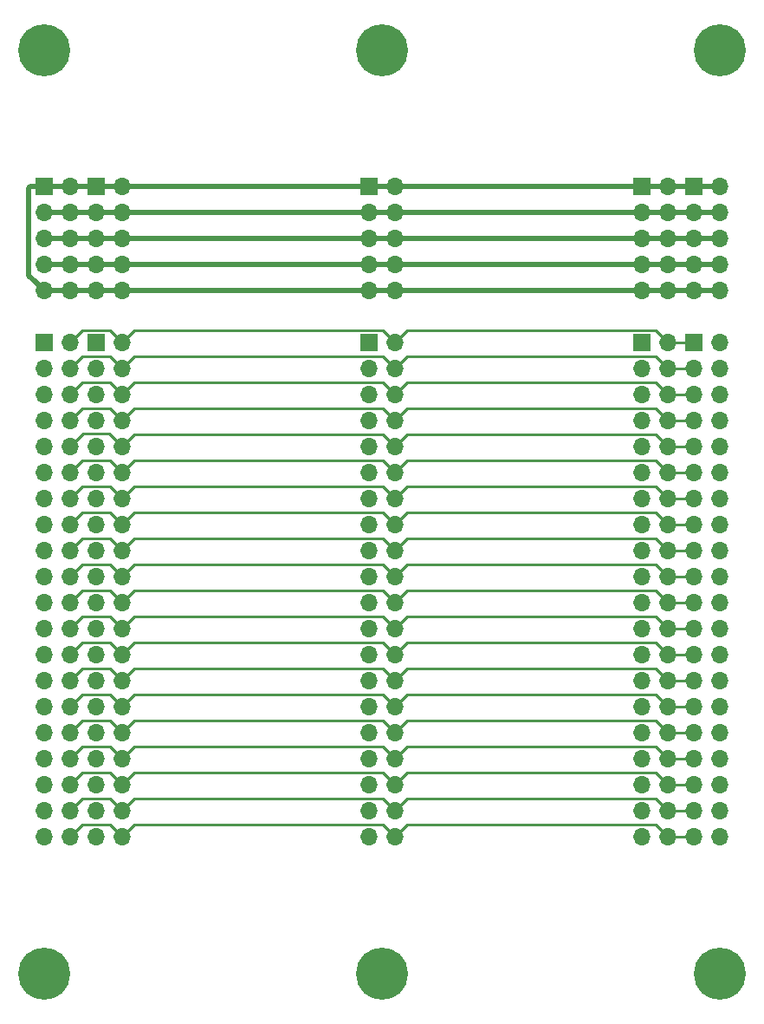
<source format=gbr>
G04 #@! TF.GenerationSoftware,KiCad,Pcbnew,(5.1.4)-1*
G04 #@! TF.CreationDate,2022-01-25T20:32:36+02:00*
G04 #@! TF.ProjectId,Backplane v2,4261636b-706c-4616-9e65-2076322e6b69,rev?*
G04 #@! TF.SameCoordinates,Original*
G04 #@! TF.FileFunction,Copper,L1,Top*
G04 #@! TF.FilePolarity,Positive*
%FSLAX46Y46*%
G04 Gerber Fmt 4.6, Leading zero omitted, Abs format (unit mm)*
G04 Created by KiCad (PCBNEW (5.1.4)-1) date 2022-01-25 20:32:36*
%MOMM*%
%LPD*%
G04 APERTURE LIST*
%ADD10R,1.700000X1.700000*%
%ADD11O,1.700000X1.700000*%
%ADD12C,5.080000*%
%ADD13C,0.508000*%
%ADD14C,0.250000*%
G04 APERTURE END LIST*
D10*
X88900000Y-63500000D03*
D11*
X91440000Y-63500000D03*
X88900000Y-66040000D03*
X91440000Y-66040000D03*
X88900000Y-68580000D03*
X91440000Y-68580000D03*
X88900000Y-71120000D03*
X91440000Y-71120000D03*
X88900000Y-73660000D03*
X91440000Y-73660000D03*
D10*
X88900000Y-78740000D03*
D11*
X91440000Y-78740000D03*
X88900000Y-81280000D03*
X91440000Y-81280000D03*
X88900000Y-83820000D03*
X91440000Y-83820000D03*
X88900000Y-86360000D03*
X91440000Y-86360000D03*
X88900000Y-88900000D03*
X91440000Y-88900000D03*
X88900000Y-91440000D03*
X91440000Y-91440000D03*
X88900000Y-93980000D03*
X91440000Y-93980000D03*
X88900000Y-96520000D03*
X91440000Y-96520000D03*
X88900000Y-99060000D03*
X91440000Y-99060000D03*
X88900000Y-101600000D03*
X91440000Y-101600000D03*
X88900000Y-104140000D03*
X91440000Y-104140000D03*
X88900000Y-106680000D03*
X91440000Y-106680000D03*
X88900000Y-109220000D03*
X91440000Y-109220000D03*
X88900000Y-111760000D03*
X91440000Y-111760000D03*
X88900000Y-114300000D03*
X91440000Y-114300000D03*
X88900000Y-116840000D03*
X91440000Y-116840000D03*
X88900000Y-119380000D03*
X91440000Y-119380000D03*
X88900000Y-121920000D03*
X91440000Y-121920000D03*
X88900000Y-124460000D03*
X91440000Y-124460000D03*
X88900000Y-127000000D03*
X91440000Y-127000000D03*
X96520000Y-73660000D03*
X93980000Y-73660000D03*
X96520000Y-71120000D03*
X93980000Y-71120000D03*
X96520000Y-68580000D03*
X93980000Y-68580000D03*
X96520000Y-66040000D03*
X93980000Y-66040000D03*
X96520000Y-63500000D03*
D10*
X93980000Y-63500000D03*
D11*
X96520000Y-127000000D03*
X93980000Y-127000000D03*
X96520000Y-124460000D03*
X93980000Y-124460000D03*
X96520000Y-121920000D03*
X93980000Y-121920000D03*
X96520000Y-119380000D03*
X93980000Y-119380000D03*
X96520000Y-116840000D03*
X93980000Y-116840000D03*
X96520000Y-114300000D03*
X93980000Y-114300000D03*
X96520000Y-111760000D03*
X93980000Y-111760000D03*
X96520000Y-109220000D03*
X93980000Y-109220000D03*
X96520000Y-106680000D03*
X93980000Y-106680000D03*
X96520000Y-104140000D03*
X93980000Y-104140000D03*
X96520000Y-101600000D03*
X93980000Y-101600000D03*
X96520000Y-99060000D03*
X93980000Y-99060000D03*
X96520000Y-96520000D03*
X93980000Y-96520000D03*
X96520000Y-93980000D03*
X93980000Y-93980000D03*
X96520000Y-91440000D03*
X93980000Y-91440000D03*
X96520000Y-88900000D03*
X93980000Y-88900000D03*
X96520000Y-86360000D03*
X93980000Y-86360000D03*
X96520000Y-83820000D03*
X93980000Y-83820000D03*
X96520000Y-81280000D03*
X93980000Y-81280000D03*
X96520000Y-78740000D03*
D10*
X93980000Y-78740000D03*
X120650000Y-63500000D03*
D11*
X123190000Y-63500000D03*
X120650000Y-66040000D03*
X123190000Y-66040000D03*
X120650000Y-68580000D03*
X123190000Y-68580000D03*
X120650000Y-71120000D03*
X123190000Y-71120000D03*
X120650000Y-73660000D03*
X123190000Y-73660000D03*
D10*
X120650000Y-78740000D03*
D11*
X123190000Y-78740000D03*
X120650000Y-81280000D03*
X123190000Y-81280000D03*
X120650000Y-83820000D03*
X123190000Y-83820000D03*
X120650000Y-86360000D03*
X123190000Y-86360000D03*
X120650000Y-88900000D03*
X123190000Y-88900000D03*
X120650000Y-91440000D03*
X123190000Y-91440000D03*
X120650000Y-93980000D03*
X123190000Y-93980000D03*
X120650000Y-96520000D03*
X123190000Y-96520000D03*
X120650000Y-99060000D03*
X123190000Y-99060000D03*
X120650000Y-101600000D03*
X123190000Y-101600000D03*
X120650000Y-104140000D03*
X123190000Y-104140000D03*
X120650000Y-106680000D03*
X123190000Y-106680000D03*
X120650000Y-109220000D03*
X123190000Y-109220000D03*
X120650000Y-111760000D03*
X123190000Y-111760000D03*
X120650000Y-114300000D03*
X123190000Y-114300000D03*
X120650000Y-116840000D03*
X123190000Y-116840000D03*
X120650000Y-119380000D03*
X123190000Y-119380000D03*
X120650000Y-121920000D03*
X123190000Y-121920000D03*
X120650000Y-124460000D03*
X123190000Y-124460000D03*
X120650000Y-127000000D03*
X123190000Y-127000000D03*
X149860000Y-73660000D03*
X147320000Y-73660000D03*
X149860000Y-71120000D03*
X147320000Y-71120000D03*
X149860000Y-68580000D03*
X147320000Y-68580000D03*
X149860000Y-66040000D03*
X147320000Y-66040000D03*
X149860000Y-63500000D03*
D10*
X147320000Y-63500000D03*
D11*
X149860000Y-127000000D03*
X147320000Y-127000000D03*
X149860000Y-124460000D03*
X147320000Y-124460000D03*
X149860000Y-121920000D03*
X147320000Y-121920000D03*
X149860000Y-119380000D03*
X147320000Y-119380000D03*
X149860000Y-116840000D03*
X147320000Y-116840000D03*
X149860000Y-114300000D03*
X147320000Y-114300000D03*
X149860000Y-111760000D03*
X147320000Y-111760000D03*
X149860000Y-109220000D03*
X147320000Y-109220000D03*
X149860000Y-106680000D03*
X147320000Y-106680000D03*
X149860000Y-104140000D03*
X147320000Y-104140000D03*
X149860000Y-101600000D03*
X147320000Y-101600000D03*
X149860000Y-99060000D03*
X147320000Y-99060000D03*
X149860000Y-96520000D03*
X147320000Y-96520000D03*
X149860000Y-93980000D03*
X147320000Y-93980000D03*
X149860000Y-91440000D03*
X147320000Y-91440000D03*
X149860000Y-88900000D03*
X147320000Y-88900000D03*
X149860000Y-86360000D03*
X147320000Y-86360000D03*
X149860000Y-83820000D03*
X147320000Y-83820000D03*
X149860000Y-81280000D03*
X147320000Y-81280000D03*
X149860000Y-78740000D03*
D10*
X147320000Y-78740000D03*
X152400000Y-63500000D03*
D11*
X154940000Y-63500000D03*
X152400000Y-66040000D03*
X154940000Y-66040000D03*
X152400000Y-68580000D03*
X154940000Y-68580000D03*
X152400000Y-71120000D03*
X154940000Y-71120000D03*
X152400000Y-73660000D03*
X154940000Y-73660000D03*
D10*
X152400000Y-78740000D03*
D11*
X154940000Y-78740000D03*
X152400000Y-81280000D03*
X154940000Y-81280000D03*
X152400000Y-83820000D03*
X154940000Y-83820000D03*
X152400000Y-86360000D03*
X154940000Y-86360000D03*
X152400000Y-88900000D03*
X154940000Y-88900000D03*
X152400000Y-91440000D03*
X154940000Y-91440000D03*
X152400000Y-93980000D03*
X154940000Y-93980000D03*
X152400000Y-96520000D03*
X154940000Y-96520000D03*
X152400000Y-99060000D03*
X154940000Y-99060000D03*
X152400000Y-101600000D03*
X154940000Y-101600000D03*
X152400000Y-104140000D03*
X154940000Y-104140000D03*
X152400000Y-106680000D03*
X154940000Y-106680000D03*
X152400000Y-109220000D03*
X154940000Y-109220000D03*
X152400000Y-111760000D03*
X154940000Y-111760000D03*
X152400000Y-114300000D03*
X154940000Y-114300000D03*
X152400000Y-116840000D03*
X154940000Y-116840000D03*
X152400000Y-119380000D03*
X154940000Y-119380000D03*
X152400000Y-121920000D03*
X154940000Y-121920000D03*
X152400000Y-124460000D03*
X154940000Y-124460000D03*
X152400000Y-127000000D03*
X154940000Y-127000000D03*
D12*
X121920000Y-50165000D03*
X88900000Y-50165000D03*
X154940000Y-50165000D03*
X154940000Y-140335000D03*
X121920000Y-140335000D03*
X88900000Y-140335000D03*
D13*
X93980000Y-63500000D02*
X96520000Y-63500000D01*
X96520000Y-63500000D02*
X120650000Y-63500000D01*
X120650000Y-63500000D02*
X123190000Y-63500000D01*
X123190000Y-63500000D02*
X147320000Y-63500000D01*
X147320000Y-63500000D02*
X149860000Y-63500000D01*
X152400000Y-63500000D02*
X154940000Y-63500000D01*
X88900000Y-73660000D02*
X91440000Y-73660000D01*
X93980000Y-73660000D02*
X96520000Y-73660000D01*
X96520000Y-73660000D02*
X120650000Y-73660000D01*
X120650000Y-73660000D02*
X123190000Y-73660000D01*
X123190000Y-73660000D02*
X147320000Y-73660000D01*
X147320000Y-73660000D02*
X149860000Y-73660000D01*
X152400000Y-73660000D02*
X154940000Y-73660000D01*
X88050001Y-72810001D02*
X88900000Y-73660000D01*
X87389599Y-72149599D02*
X88050001Y-72810001D01*
X87389599Y-63652401D02*
X87389599Y-72149599D01*
X87542000Y-63500000D02*
X87389599Y-63652401D01*
X88900000Y-63500000D02*
X87542000Y-63500000D01*
X149860000Y-63500000D02*
X152400000Y-63500000D01*
X149860000Y-73660000D02*
X152400000Y-73660000D01*
X88900000Y-63500000D02*
X91440000Y-63500000D01*
X91440000Y-63500000D02*
X93980000Y-63500000D01*
X91440000Y-73660000D02*
X93980000Y-73660000D01*
X88900000Y-66040000D02*
X91440000Y-66040000D01*
X93980000Y-66040000D02*
X96520000Y-66040000D01*
X96520000Y-66040000D02*
X120650000Y-66040000D01*
X120650000Y-66040000D02*
X123190000Y-66040000D01*
X123190000Y-66040000D02*
X147320000Y-66040000D01*
X147320000Y-66040000D02*
X149860000Y-66040000D01*
X152400000Y-66040000D02*
X154940000Y-66040000D01*
X149860000Y-66040000D02*
X152400000Y-66040000D01*
X91440000Y-66040000D02*
X93980000Y-66040000D01*
X88900000Y-68580000D02*
X91440000Y-68580000D01*
X93980000Y-68580000D02*
X96520000Y-68580000D01*
X96520000Y-68580000D02*
X120650000Y-68580000D01*
X120650000Y-68580000D02*
X123190000Y-68580000D01*
X123190000Y-68580000D02*
X147320000Y-68580000D01*
X147320000Y-68580000D02*
X149860000Y-68580000D01*
X152400000Y-68580000D02*
X154940000Y-68580000D01*
X149860000Y-68580000D02*
X152400000Y-68580000D01*
X91440000Y-68580000D02*
X93980000Y-68580000D01*
X88900000Y-71120000D02*
X91440000Y-71120000D01*
X93980000Y-71120000D02*
X96520000Y-71120000D01*
X96520000Y-71120000D02*
X120650000Y-71120000D01*
X120650000Y-71120000D02*
X123190000Y-71120000D01*
X123190000Y-71120000D02*
X147320000Y-71120000D01*
X147320000Y-71120000D02*
X149860000Y-71120000D01*
X152400000Y-71120000D02*
X154940000Y-71120000D01*
X149860000Y-71120000D02*
X152400000Y-71120000D01*
X91440000Y-71120000D02*
X93980000Y-71120000D01*
D14*
X97369999Y-77890001D02*
X96520000Y-78740000D01*
X97695001Y-77564999D02*
X97369999Y-77890001D01*
X122014999Y-77564999D02*
X97695001Y-77564999D01*
X123190000Y-78740000D02*
X122014999Y-77564999D01*
X124039999Y-77890001D02*
X123190000Y-78740000D01*
X124365001Y-77564999D02*
X124039999Y-77890001D01*
X148684999Y-77564999D02*
X124365001Y-77564999D01*
X149860000Y-78740000D02*
X148684999Y-77564999D01*
X95670001Y-77890001D02*
X96520000Y-78740000D01*
X95344999Y-77564999D02*
X95670001Y-77890001D01*
X92615001Y-77564999D02*
X95344999Y-77564999D01*
X91440000Y-78740000D02*
X92615001Y-77564999D01*
X149860000Y-78740000D02*
X152400000Y-78740000D01*
X97369999Y-80430001D02*
X96520000Y-81280000D01*
X97695001Y-80104999D02*
X97369999Y-80430001D01*
X122014999Y-80104999D02*
X97695001Y-80104999D01*
X123190000Y-81280000D02*
X122014999Y-80104999D01*
X124039999Y-80430001D02*
X123190000Y-81280000D01*
X124365001Y-80104999D02*
X124039999Y-80430001D01*
X148684999Y-80104999D02*
X124365001Y-80104999D01*
X149860000Y-81280000D02*
X148684999Y-80104999D01*
X95670001Y-80430001D02*
X96520000Y-81280000D01*
X95344999Y-80104999D02*
X95670001Y-80430001D01*
X92615001Y-80104999D02*
X95344999Y-80104999D01*
X91440000Y-81280000D02*
X92615001Y-80104999D01*
X149860000Y-81280000D02*
X152400000Y-81280000D01*
X124039999Y-82970001D02*
X123190000Y-83820000D01*
X124365001Y-82644999D02*
X124039999Y-82970001D01*
X148684999Y-82644999D02*
X124365001Y-82644999D01*
X149860000Y-83820000D02*
X148684999Y-82644999D01*
X95670001Y-82970001D02*
X96520000Y-83820000D01*
X95344999Y-82644999D02*
X95670001Y-82970001D01*
X92615001Y-82644999D02*
X95344999Y-82644999D01*
X91440000Y-83820000D02*
X92615001Y-82644999D01*
X149860000Y-83820000D02*
X152400000Y-83820000D01*
X97369999Y-82970001D02*
X96520000Y-83820000D01*
X97695001Y-82644999D02*
X97369999Y-82970001D01*
X122014999Y-82644999D02*
X97695001Y-82644999D01*
X123190000Y-83820000D02*
X122014999Y-82644999D01*
X97369999Y-85510001D02*
X96520000Y-86360000D01*
X97695001Y-85184999D02*
X97369999Y-85510001D01*
X122014999Y-85184999D02*
X97695001Y-85184999D01*
X123190000Y-86360000D02*
X122014999Y-85184999D01*
X124039999Y-85510001D02*
X123190000Y-86360000D01*
X124365001Y-85184999D02*
X124039999Y-85510001D01*
X148684999Y-85184999D02*
X124365001Y-85184999D01*
X149860000Y-86360000D02*
X148684999Y-85184999D01*
X95670001Y-85510001D02*
X96520000Y-86360000D01*
X95344999Y-85184999D02*
X95670001Y-85510001D01*
X92615001Y-85184999D02*
X95344999Y-85184999D01*
X91440000Y-86360000D02*
X92615001Y-85184999D01*
X149860000Y-86360000D02*
X152400000Y-86360000D01*
X97369999Y-88050001D02*
X96520000Y-88900000D01*
X97695001Y-87724999D02*
X97369999Y-88050001D01*
X122014999Y-87724999D02*
X97695001Y-87724999D01*
X123190000Y-88900000D02*
X122014999Y-87724999D01*
X124039999Y-88050001D02*
X123190000Y-88900000D01*
X124365001Y-87724999D02*
X124039999Y-88050001D01*
X148684999Y-87724999D02*
X124365001Y-87724999D01*
X149860000Y-88900000D02*
X148684999Y-87724999D01*
X95670001Y-88050001D02*
X96520000Y-88900000D01*
X95250000Y-87630000D02*
X95670001Y-88050001D01*
X92710000Y-87630000D02*
X95250000Y-87630000D01*
X91440000Y-88900000D02*
X92710000Y-87630000D01*
X149860000Y-88900000D02*
X152400000Y-88900000D01*
X97369999Y-90590001D02*
X96520000Y-91440000D01*
X97695001Y-90264999D02*
X97369999Y-90590001D01*
X122014999Y-90264999D02*
X97695001Y-90264999D01*
X123190000Y-91440000D02*
X122014999Y-90264999D01*
X124039999Y-90590001D02*
X123190000Y-91440000D01*
X124365001Y-90264999D02*
X124039999Y-90590001D01*
X148684999Y-90264999D02*
X124365001Y-90264999D01*
X149860000Y-91440000D02*
X148684999Y-90264999D01*
X95670001Y-90590001D02*
X96520000Y-91440000D01*
X95344999Y-90264999D02*
X95670001Y-90590001D01*
X92615001Y-90264999D02*
X95344999Y-90264999D01*
X91440000Y-91440000D02*
X92615001Y-90264999D01*
X149860000Y-91440000D02*
X152400000Y-91440000D01*
X97369999Y-93130001D02*
X96520000Y-93980000D01*
X97695001Y-92804999D02*
X97369999Y-93130001D01*
X122014999Y-92804999D02*
X97695001Y-92804999D01*
X123190000Y-93980000D02*
X122014999Y-92804999D01*
X124039999Y-93130001D02*
X123190000Y-93980000D01*
X124365001Y-92804999D02*
X124039999Y-93130001D01*
X148684999Y-92804999D02*
X124365001Y-92804999D01*
X149860000Y-93980000D02*
X148684999Y-92804999D01*
X95670001Y-93130001D02*
X96520000Y-93980000D01*
X95344999Y-92804999D02*
X95670001Y-93130001D01*
X92615001Y-92804999D02*
X95344999Y-92804999D01*
X91440000Y-93980000D02*
X92615001Y-92804999D01*
X149860000Y-93980000D02*
X152400000Y-93980000D01*
X97369999Y-95670001D02*
X96520000Y-96520000D01*
X97695001Y-95344999D02*
X97369999Y-95670001D01*
X122014999Y-95344999D02*
X97695001Y-95344999D01*
X123190000Y-96520000D02*
X122014999Y-95344999D01*
X124039999Y-95670001D02*
X123190000Y-96520000D01*
X124365001Y-95344999D02*
X124039999Y-95670001D01*
X148684999Y-95344999D02*
X124365001Y-95344999D01*
X149860000Y-96520000D02*
X148684999Y-95344999D01*
X95670001Y-95670001D02*
X96520000Y-96520000D01*
X95344999Y-95344999D02*
X95670001Y-95670001D01*
X92615001Y-95344999D02*
X95344999Y-95344999D01*
X91440000Y-96520000D02*
X92615001Y-95344999D01*
X149860000Y-96520000D02*
X152400000Y-96520000D01*
X97369999Y-98210001D02*
X96520000Y-99060000D01*
X97695001Y-97884999D02*
X97369999Y-98210001D01*
X122014999Y-97884999D02*
X97695001Y-97884999D01*
X123190000Y-99060000D02*
X122014999Y-97884999D01*
X124039999Y-98210001D02*
X123190000Y-99060000D01*
X124365001Y-97884999D02*
X124039999Y-98210001D01*
X148684999Y-97884999D02*
X124365001Y-97884999D01*
X149860000Y-99060000D02*
X148684999Y-97884999D01*
X95670001Y-98210001D02*
X96520000Y-99060000D01*
X95344999Y-97884999D02*
X95670001Y-98210001D01*
X92615001Y-97884999D02*
X95344999Y-97884999D01*
X91440000Y-99060000D02*
X92615001Y-97884999D01*
X149860000Y-99060000D02*
X152400000Y-99060000D01*
X97369999Y-100750001D02*
X96520000Y-101600000D01*
X97695001Y-100424999D02*
X97369999Y-100750001D01*
X122014999Y-100424999D02*
X97695001Y-100424999D01*
X123190000Y-101600000D02*
X122014999Y-100424999D01*
X124039999Y-100750001D02*
X123190000Y-101600000D01*
X124365001Y-100424999D02*
X124039999Y-100750001D01*
X148684999Y-100424999D02*
X124365001Y-100424999D01*
X149860000Y-101600000D02*
X148684999Y-100424999D01*
X95670001Y-100750001D02*
X96520000Y-101600000D01*
X95344999Y-100424999D02*
X95670001Y-100750001D01*
X92615001Y-100424999D02*
X95344999Y-100424999D01*
X91440000Y-101600000D02*
X92615001Y-100424999D01*
X149860000Y-101600000D02*
X152400000Y-101600000D01*
X97369999Y-103290001D02*
X96520000Y-104140000D01*
X97695001Y-102964999D02*
X97369999Y-103290001D01*
X122014999Y-102964999D02*
X97695001Y-102964999D01*
X123190000Y-104140000D02*
X122014999Y-102964999D01*
X124039999Y-103290001D02*
X123190000Y-104140000D01*
X124365001Y-102964999D02*
X124039999Y-103290001D01*
X148684999Y-102964999D02*
X124365001Y-102964999D01*
X149860000Y-104140000D02*
X148684999Y-102964999D01*
X95670001Y-103290001D02*
X96520000Y-104140000D01*
X95344999Y-102964999D02*
X95670001Y-103290001D01*
X92615001Y-102964999D02*
X95344999Y-102964999D01*
X91440000Y-104140000D02*
X92615001Y-102964999D01*
X149860000Y-104140000D02*
X152400000Y-104140000D01*
X97369999Y-105830001D02*
X96520000Y-106680000D01*
X97695001Y-105504999D02*
X97369999Y-105830001D01*
X122014999Y-105504999D02*
X97695001Y-105504999D01*
X123190000Y-106680000D02*
X122014999Y-105504999D01*
X124039999Y-105830001D02*
X123190000Y-106680000D01*
X124365001Y-105504999D02*
X124039999Y-105830001D01*
X148684999Y-105504999D02*
X124365001Y-105504999D01*
X149860000Y-106680000D02*
X148684999Y-105504999D01*
X95670001Y-105830001D02*
X96520000Y-106680000D01*
X95344999Y-105504999D02*
X95670001Y-105830001D01*
X92615001Y-105504999D02*
X95344999Y-105504999D01*
X91440000Y-106680000D02*
X92615001Y-105504999D01*
X149860000Y-106680000D02*
X152400000Y-106680000D01*
X97369999Y-108370001D02*
X96520000Y-109220000D01*
X97695001Y-108044999D02*
X97369999Y-108370001D01*
X122014999Y-108044999D02*
X97695001Y-108044999D01*
X123190000Y-109220000D02*
X122014999Y-108044999D01*
X124039999Y-108370001D02*
X123190000Y-109220000D01*
X124365001Y-108044999D02*
X124039999Y-108370001D01*
X148684999Y-108044999D02*
X124365001Y-108044999D01*
X149860000Y-109220000D02*
X148684999Y-108044999D01*
X95344999Y-108044999D02*
X96520000Y-109220000D01*
X91440000Y-109220000D02*
X92615001Y-108044999D01*
X92615001Y-108044999D02*
X95344999Y-108044999D01*
X149860000Y-109220000D02*
X152400000Y-109220000D01*
X97369999Y-110910001D02*
X96520000Y-111760000D01*
X97695001Y-110584999D02*
X97369999Y-110910001D01*
X122014999Y-110584999D02*
X97695001Y-110584999D01*
X123190000Y-111760000D02*
X122014999Y-110584999D01*
X124039999Y-110910001D02*
X123190000Y-111760000D01*
X124365001Y-110584999D02*
X124039999Y-110910001D01*
X148684999Y-110584999D02*
X124365001Y-110584999D01*
X149860000Y-111760000D02*
X148684999Y-110584999D01*
X95670001Y-110910001D02*
X96520000Y-111760000D01*
X95344999Y-110584999D02*
X95670001Y-110910001D01*
X92615001Y-110584999D02*
X95344999Y-110584999D01*
X91440000Y-111760000D02*
X92615001Y-110584999D01*
X149860000Y-111760000D02*
X152400000Y-111760000D01*
X97369999Y-113450001D02*
X96520000Y-114300000D01*
X97695001Y-113124999D02*
X97369999Y-113450001D01*
X122014999Y-113124999D02*
X97695001Y-113124999D01*
X123190000Y-114300000D02*
X122014999Y-113124999D01*
X95670001Y-113450001D02*
X96520000Y-114300000D01*
X95344999Y-113124999D02*
X95670001Y-113450001D01*
X92615001Y-113124999D02*
X95344999Y-113124999D01*
X91440000Y-114300000D02*
X92615001Y-113124999D01*
X149860000Y-114300000D02*
X152400000Y-114300000D01*
X124039999Y-113450001D02*
X123190000Y-114300000D01*
X124365001Y-113124999D02*
X124039999Y-113450001D01*
X148684999Y-113124999D02*
X124365001Y-113124999D01*
X149860000Y-114300000D02*
X148684999Y-113124999D01*
X97369999Y-115990001D02*
X96520000Y-116840000D01*
X97695001Y-115664999D02*
X97369999Y-115990001D01*
X122014999Y-115664999D02*
X97695001Y-115664999D01*
X123190000Y-116840000D02*
X122014999Y-115664999D01*
X124039999Y-115990001D02*
X123190000Y-116840000D01*
X124365001Y-115664999D02*
X124039999Y-115990001D01*
X148684999Y-115664999D02*
X124365001Y-115664999D01*
X149860000Y-116840000D02*
X148684999Y-115664999D01*
X95670001Y-115990001D02*
X96520000Y-116840000D01*
X95344999Y-115664999D02*
X95670001Y-115990001D01*
X92615001Y-115664999D02*
X95344999Y-115664999D01*
X91440000Y-116840000D02*
X92615001Y-115664999D01*
X149860000Y-116840000D02*
X152400000Y-116840000D01*
X97369999Y-118530001D02*
X96520000Y-119380000D01*
X97695001Y-118204999D02*
X97369999Y-118530001D01*
X122014999Y-118204999D02*
X97695001Y-118204999D01*
X123190000Y-119380000D02*
X122014999Y-118204999D01*
X124039999Y-118530001D02*
X123190000Y-119380000D01*
X124365001Y-118204999D02*
X124039999Y-118530001D01*
X148684999Y-118204999D02*
X124365001Y-118204999D01*
X149860000Y-119380000D02*
X148684999Y-118204999D01*
X95670001Y-118530001D02*
X96520000Y-119380000D01*
X95344999Y-118204999D02*
X95670001Y-118530001D01*
X92615001Y-118204999D02*
X95344999Y-118204999D01*
X91440000Y-119380000D02*
X92615001Y-118204999D01*
X149860000Y-119380000D02*
X152400000Y-119380000D01*
X97369999Y-121070001D02*
X96520000Y-121920000D01*
X97695001Y-120744999D02*
X97369999Y-121070001D01*
X122014999Y-120744999D02*
X97695001Y-120744999D01*
X123190000Y-121920000D02*
X122014999Y-120744999D01*
X124039999Y-121070001D02*
X123190000Y-121920000D01*
X124365001Y-120744999D02*
X124039999Y-121070001D01*
X148684999Y-120744999D02*
X124365001Y-120744999D01*
X149860000Y-121920000D02*
X148684999Y-120744999D01*
X95670001Y-121070001D02*
X96520000Y-121920000D01*
X95344999Y-120744999D02*
X95670001Y-121070001D01*
X92615001Y-120744999D02*
X95344999Y-120744999D01*
X91440000Y-121920000D02*
X92615001Y-120744999D01*
X149860000Y-121920000D02*
X152400000Y-121920000D01*
X97369999Y-123610001D02*
X96520000Y-124460000D01*
X97695001Y-123284999D02*
X97369999Y-123610001D01*
X122014999Y-123284999D02*
X97695001Y-123284999D01*
X123190000Y-124460000D02*
X122014999Y-123284999D01*
X124039999Y-123610001D02*
X123190000Y-124460000D01*
X124365001Y-123284999D02*
X124039999Y-123610001D01*
X148684999Y-123284999D02*
X124365001Y-123284999D01*
X149860000Y-124460000D02*
X148684999Y-123284999D01*
X95670001Y-123610001D02*
X96520000Y-124460000D01*
X95344999Y-123284999D02*
X95670001Y-123610001D01*
X92615001Y-123284999D02*
X95344999Y-123284999D01*
X91440000Y-124460000D02*
X92615001Y-123284999D01*
X149860000Y-124460000D02*
X152400000Y-124460000D01*
X97369999Y-126150001D02*
X96520000Y-127000000D01*
X97695001Y-125824999D02*
X97369999Y-126150001D01*
X122014999Y-125824999D02*
X97695001Y-125824999D01*
X123190000Y-127000000D02*
X122014999Y-125824999D01*
X124039999Y-126150001D02*
X123190000Y-127000000D01*
X124365001Y-125824999D02*
X124039999Y-126150001D01*
X148684999Y-125824999D02*
X124365001Y-125824999D01*
X149860000Y-127000000D02*
X148684999Y-125824999D01*
X95670001Y-126150001D02*
X96520000Y-127000000D01*
X95344999Y-125824999D02*
X95670001Y-126150001D01*
X92615001Y-125824999D02*
X95344999Y-125824999D01*
X91440000Y-127000000D02*
X92615001Y-125824999D01*
X149860000Y-127000000D02*
X152400000Y-127000000D01*
M02*

</source>
